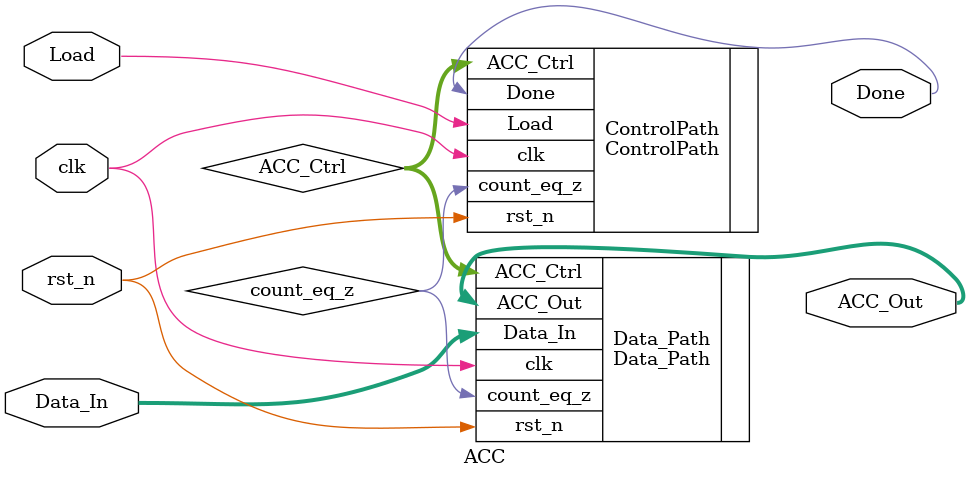
<source format=v>
module ACC(
	input 		clk,
	input 		rst_n,
	input 		Load,
	input 	[7:0] 	Data_In,

	output 		Done,
	output 	[7:0]	ACC_Out
	);

wire [4:0]	ACC_Ctrl;
wire 		count_eq_z;

ControlPath ControlPath(
	.clk 				(clk),
	.rst_n 				(rst_n),
	.Load 				(Load),
	.count_eq_z 	(count_eq_z),

	.Done 				(Done),
	.ACC_Ctrl 			(ACC_Ctrl)
	);

Data_Path Data_Path(
	.Data_In 			(Data_In),
	.clk 				(clk),
	.rst_n 				(rst_n),
	.ACC_Ctrl 			(ACC_Ctrl),

	.ACC_Out 			(ACC_Out),
	.count_eq_z 	(count_eq_z)
	);

endmodule
</source>
